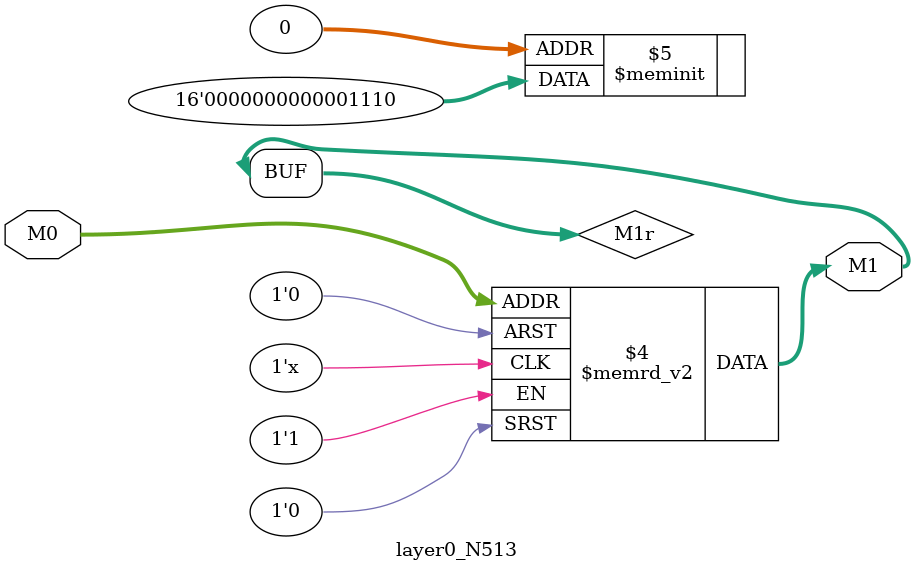
<source format=v>
module layer0_N513 ( input [2:0] M0, output [1:0] M1 );

	(*rom_style = "distributed" *) reg [1:0] M1r;
	assign M1 = M1r;
	always @ (M0) begin
		case (M0)
			3'b000: M1r = 2'b10;
			3'b100: M1r = 2'b00;
			3'b010: M1r = 2'b00;
			3'b110: M1r = 2'b00;
			3'b001: M1r = 2'b11;
			3'b101: M1r = 2'b00;
			3'b011: M1r = 2'b00;
			3'b111: M1r = 2'b00;

		endcase
	end
endmodule

</source>
